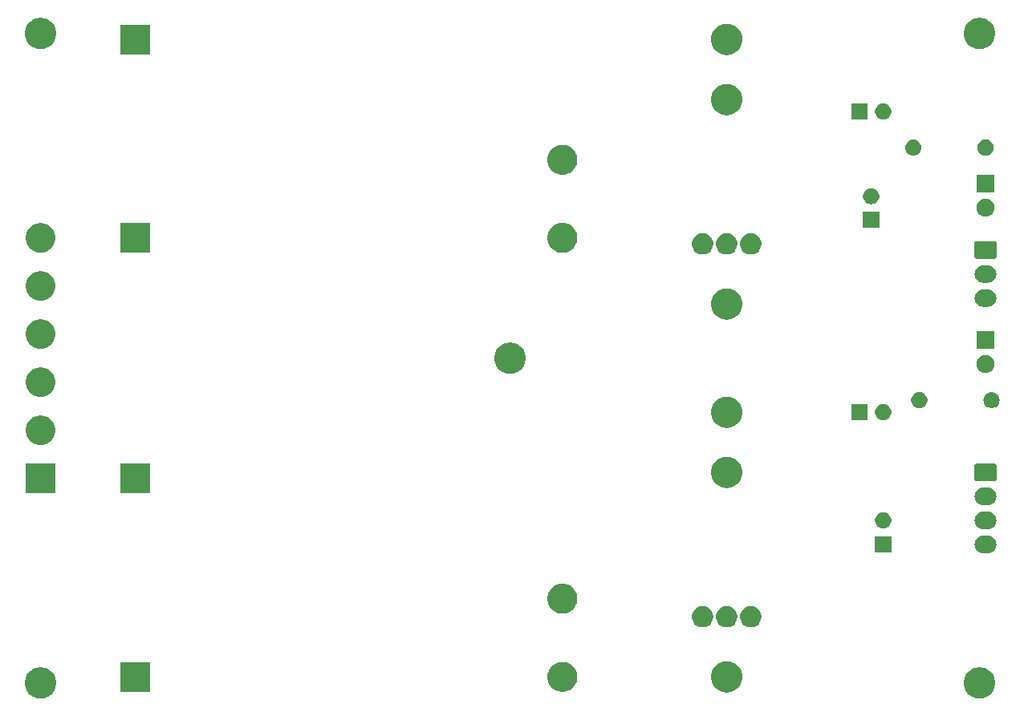
<source format=gbr>
G04 #@! TF.GenerationSoftware,KiCad,Pcbnew,(5.1.2)-1*
G04 #@! TF.CreationDate,2020-09-23T15:34:57+02:00*
G04 #@! TF.ProjectId,PSU_220vac_9vdc,5053555f-3232-4307-9661-635f39766463,rev?*
G04 #@! TF.SameCoordinates,Original*
G04 #@! TF.FileFunction,Soldermask,Bot*
G04 #@! TF.FilePolarity,Negative*
%FSLAX46Y46*%
G04 Gerber Fmt 4.6, Leading zero omitted, Abs format (unit mm)*
G04 Created by KiCad (PCBNEW (5.1.2)-1) date 2020-09-23 15:34:57*
%MOMM*%
%LPD*%
G04 APERTURE LIST*
%ADD10C,0.100000*%
G04 APERTURE END LIST*
D10*
G36*
X126740256Y-117136298D02*
G01*
X126846579Y-117157447D01*
X127147042Y-117281903D01*
X127417451Y-117462585D01*
X127647415Y-117692549D01*
X127828097Y-117962958D01*
X127952553Y-118263421D01*
X128016000Y-118582391D01*
X128016000Y-118907609D01*
X127952553Y-119226579D01*
X127828097Y-119527042D01*
X127647415Y-119797451D01*
X127417451Y-120027415D01*
X127147042Y-120208097D01*
X126846579Y-120332553D01*
X126740256Y-120353702D01*
X126527611Y-120396000D01*
X126202389Y-120396000D01*
X125989744Y-120353702D01*
X125883421Y-120332553D01*
X125582958Y-120208097D01*
X125312549Y-120027415D01*
X125082585Y-119797451D01*
X124901903Y-119527042D01*
X124777447Y-119226579D01*
X124714000Y-118907609D01*
X124714000Y-118582391D01*
X124777447Y-118263421D01*
X124901903Y-117962958D01*
X125082585Y-117692549D01*
X125312549Y-117462585D01*
X125582958Y-117281903D01*
X125883421Y-117157447D01*
X125989744Y-117136298D01*
X126202389Y-117094000D01*
X126527611Y-117094000D01*
X126740256Y-117136298D01*
X126740256Y-117136298D01*
G37*
G36*
X27680256Y-117136298D02*
G01*
X27786579Y-117157447D01*
X28087042Y-117281903D01*
X28357451Y-117462585D01*
X28587415Y-117692549D01*
X28768097Y-117962958D01*
X28892553Y-118263421D01*
X28956000Y-118582391D01*
X28956000Y-118907609D01*
X28892553Y-119226579D01*
X28768097Y-119527042D01*
X28587415Y-119797451D01*
X28357451Y-120027415D01*
X28087042Y-120208097D01*
X27786579Y-120332553D01*
X27680256Y-120353702D01*
X27467611Y-120396000D01*
X27142389Y-120396000D01*
X26929744Y-120353702D01*
X26823421Y-120332553D01*
X26522958Y-120208097D01*
X26252549Y-120027415D01*
X26022585Y-119797451D01*
X25841903Y-119527042D01*
X25717447Y-119226579D01*
X25654000Y-118907609D01*
X25654000Y-118582391D01*
X25717447Y-118263421D01*
X25841903Y-117962958D01*
X26022585Y-117692549D01*
X26252549Y-117462585D01*
X26522958Y-117281903D01*
X26823421Y-117157447D01*
X26929744Y-117136298D01*
X27142389Y-117094000D01*
X27467611Y-117094000D01*
X27680256Y-117136298D01*
X27680256Y-117136298D01*
G37*
G36*
X100017133Y-116490527D02*
G01*
X100176637Y-116522255D01*
X100264651Y-116558711D01*
X100477136Y-116646725D01*
X100747578Y-116827429D01*
X100977571Y-117057422D01*
X101158275Y-117327864D01*
X101246289Y-117540349D01*
X101282745Y-117628363D01*
X101346200Y-117947371D01*
X101346200Y-118272629D01*
X101284585Y-118582389D01*
X101282745Y-118591636D01*
X101158275Y-118892136D01*
X100977571Y-119162578D01*
X100747578Y-119392571D01*
X100477136Y-119573275D01*
X100264651Y-119661289D01*
X100176637Y-119697745D01*
X100017133Y-119729472D01*
X99857630Y-119761200D01*
X99532370Y-119761200D01*
X99372867Y-119729472D01*
X99213363Y-119697745D01*
X99125349Y-119661289D01*
X98912864Y-119573275D01*
X98642422Y-119392571D01*
X98412429Y-119162578D01*
X98231725Y-118892136D01*
X98107255Y-118591636D01*
X98105416Y-118582389D01*
X98043800Y-118272629D01*
X98043800Y-117947371D01*
X98107255Y-117628363D01*
X98143711Y-117540349D01*
X98231725Y-117327864D01*
X98412429Y-117057422D01*
X98642422Y-116827429D01*
X98912864Y-116646725D01*
X99125349Y-116558711D01*
X99213363Y-116522255D01*
X99372867Y-116490527D01*
X99532370Y-116458800D01*
X99857630Y-116458800D01*
X100017133Y-116490527D01*
X100017133Y-116490527D01*
G37*
G36*
X38849501Y-119685000D02*
G01*
X35699501Y-119685000D01*
X35699501Y-116535000D01*
X38849501Y-116535000D01*
X38849501Y-119685000D01*
X38849501Y-119685000D01*
G37*
G36*
X82818912Y-116595526D02*
G01*
X82937638Y-116644704D01*
X83105542Y-116714252D01*
X83105543Y-116714253D01*
X83363505Y-116886617D01*
X83582884Y-117105996D01*
X83617262Y-117157447D01*
X83755249Y-117363959D01*
X83796101Y-117462585D01*
X83873975Y-117650589D01*
X83934501Y-117954876D01*
X83934501Y-118265124D01*
X83873975Y-118569411D01*
X83824797Y-118688137D01*
X83755249Y-118856041D01*
X83755248Y-118856042D01*
X83582884Y-119114004D01*
X83363505Y-119333383D01*
X83191140Y-119448553D01*
X83105542Y-119505748D01*
X82942519Y-119573274D01*
X82818912Y-119624474D01*
X82666768Y-119654737D01*
X82514626Y-119685000D01*
X82204376Y-119685000D01*
X82052234Y-119654737D01*
X81900090Y-119624474D01*
X81776483Y-119573274D01*
X81613460Y-119505748D01*
X81527862Y-119448553D01*
X81355497Y-119333383D01*
X81136118Y-119114004D01*
X80963754Y-118856042D01*
X80963753Y-118856041D01*
X80894205Y-118688137D01*
X80845027Y-118569411D01*
X80784501Y-118265124D01*
X80784501Y-117954876D01*
X80845027Y-117650589D01*
X80922901Y-117462585D01*
X80963753Y-117363959D01*
X81101740Y-117157447D01*
X81136118Y-117105996D01*
X81355497Y-116886617D01*
X81613459Y-116714253D01*
X81613460Y-116714252D01*
X81781364Y-116644704D01*
X81900090Y-116595526D01*
X82204376Y-116535000D01*
X82514626Y-116535000D01*
X82818912Y-116595526D01*
X82818912Y-116595526D01*
G37*
G36*
X102455550Y-110651222D02*
G01*
X102564755Y-110672944D01*
X102770493Y-110758164D01*
X102955652Y-110881883D01*
X103113117Y-111039348D01*
X103139199Y-111078383D01*
X103236837Y-111224509D01*
X103261796Y-111284766D01*
X103322056Y-111430245D01*
X103365500Y-111648655D01*
X103365500Y-111871345D01*
X103322056Y-112089755D01*
X103236836Y-112295493D01*
X103113117Y-112480652D01*
X102955652Y-112638117D01*
X102770493Y-112761836D01*
X102564755Y-112847056D01*
X102455550Y-112868778D01*
X102346346Y-112890500D01*
X102123654Y-112890500D01*
X102014450Y-112868778D01*
X101905245Y-112847056D01*
X101699507Y-112761836D01*
X101514348Y-112638117D01*
X101356883Y-112480652D01*
X101233164Y-112295493D01*
X101147944Y-112089755D01*
X101104500Y-111871345D01*
X101104500Y-111648655D01*
X101147944Y-111430245D01*
X101208204Y-111284766D01*
X101233163Y-111224509D01*
X101330801Y-111078383D01*
X101356883Y-111039348D01*
X101514348Y-110881883D01*
X101699507Y-110758164D01*
X101905245Y-110672944D01*
X102014450Y-110651222D01*
X102123654Y-110629500D01*
X102346346Y-110629500D01*
X102455550Y-110651222D01*
X102455550Y-110651222D01*
G37*
G36*
X97375550Y-110651222D02*
G01*
X97484755Y-110672944D01*
X97690493Y-110758164D01*
X97875652Y-110881883D01*
X98033117Y-111039348D01*
X98059199Y-111078383D01*
X98156837Y-111224509D01*
X98181796Y-111284766D01*
X98242056Y-111430245D01*
X98285500Y-111648655D01*
X98285500Y-111871345D01*
X98242056Y-112089755D01*
X98156836Y-112295493D01*
X98033117Y-112480652D01*
X97875652Y-112638117D01*
X97690493Y-112761836D01*
X97484755Y-112847056D01*
X97375550Y-112868778D01*
X97266346Y-112890500D01*
X97043654Y-112890500D01*
X96934450Y-112868778D01*
X96825245Y-112847056D01*
X96619507Y-112761836D01*
X96434348Y-112638117D01*
X96276883Y-112480652D01*
X96153164Y-112295493D01*
X96067944Y-112089755D01*
X96024500Y-111871345D01*
X96024500Y-111648655D01*
X96067944Y-111430245D01*
X96128204Y-111284766D01*
X96153163Y-111224509D01*
X96250801Y-111078383D01*
X96276883Y-111039348D01*
X96434348Y-110881883D01*
X96619507Y-110758164D01*
X96825245Y-110672944D01*
X96934450Y-110651222D01*
X97043654Y-110629500D01*
X97266346Y-110629500D01*
X97375550Y-110651222D01*
X97375550Y-110651222D01*
G37*
G36*
X99915550Y-110651222D02*
G01*
X100024755Y-110672944D01*
X100230493Y-110758164D01*
X100415652Y-110881883D01*
X100573117Y-111039348D01*
X100599199Y-111078383D01*
X100696837Y-111224509D01*
X100721796Y-111284766D01*
X100782056Y-111430245D01*
X100825500Y-111648655D01*
X100825500Y-111871345D01*
X100782056Y-112089755D01*
X100696836Y-112295493D01*
X100573117Y-112480652D01*
X100415652Y-112638117D01*
X100230493Y-112761836D01*
X100024755Y-112847056D01*
X99915550Y-112868778D01*
X99806346Y-112890500D01*
X99583654Y-112890500D01*
X99474450Y-112868778D01*
X99365245Y-112847056D01*
X99159507Y-112761836D01*
X98974348Y-112638117D01*
X98816883Y-112480652D01*
X98693164Y-112295493D01*
X98607944Y-112089755D01*
X98564500Y-111871345D01*
X98564500Y-111648655D01*
X98607944Y-111430245D01*
X98668204Y-111284766D01*
X98693163Y-111224509D01*
X98790801Y-111078383D01*
X98816883Y-111039348D01*
X98974348Y-110881883D01*
X99159507Y-110758164D01*
X99365245Y-110672944D01*
X99474450Y-110651222D01*
X99583654Y-110629500D01*
X99806346Y-110629500D01*
X99915550Y-110651222D01*
X99915550Y-110651222D01*
G37*
G36*
X82666768Y-108310263D02*
G01*
X82818912Y-108340526D01*
X82937638Y-108389704D01*
X83105542Y-108459252D01*
X83105543Y-108459253D01*
X83363505Y-108631617D01*
X83582884Y-108850996D01*
X83698054Y-109023361D01*
X83755249Y-109108959D01*
X83873975Y-109395590D01*
X83934501Y-109699875D01*
X83934501Y-110010125D01*
X83873975Y-110314410D01*
X83755249Y-110601041D01*
X83755248Y-110601042D01*
X83582884Y-110859004D01*
X83363505Y-111078383D01*
X83191140Y-111193553D01*
X83105542Y-111250748D01*
X82937638Y-111320296D01*
X82818912Y-111369474D01*
X82514626Y-111430000D01*
X82204376Y-111430000D01*
X81900090Y-111369474D01*
X81781364Y-111320296D01*
X81613460Y-111250748D01*
X81527862Y-111193553D01*
X81355497Y-111078383D01*
X81136118Y-110859004D01*
X80963754Y-110601042D01*
X80963753Y-110601041D01*
X80845027Y-110314410D01*
X80784501Y-110010125D01*
X80784501Y-109699875D01*
X80845027Y-109395590D01*
X80963753Y-109108959D01*
X81020948Y-109023361D01*
X81136118Y-108850996D01*
X81355497Y-108631617D01*
X81613459Y-108459253D01*
X81613460Y-108459252D01*
X81781364Y-108389704D01*
X81900090Y-108340526D01*
X82052234Y-108310263D01*
X82204376Y-108280000D01*
X82514626Y-108280000D01*
X82666768Y-108310263D01*
X82666768Y-108310263D01*
G37*
G36*
X127320345Y-103223442D02*
G01*
X127410548Y-103232326D01*
X127584157Y-103284990D01*
X127744156Y-103370511D01*
X127787729Y-103406271D01*
X127884397Y-103485603D01*
X127963729Y-103582271D01*
X127999489Y-103625844D01*
X128085010Y-103785843D01*
X128137674Y-103959452D01*
X128155456Y-104140000D01*
X128137674Y-104320548D01*
X128085010Y-104494157D01*
X127999489Y-104654156D01*
X127963729Y-104697729D01*
X127884397Y-104794397D01*
X127787729Y-104873729D01*
X127744156Y-104909489D01*
X127584157Y-104995010D01*
X127410548Y-105047674D01*
X127320345Y-105056558D01*
X127275245Y-105061000D01*
X126724755Y-105061000D01*
X126679655Y-105056558D01*
X126589452Y-105047674D01*
X126415843Y-104995010D01*
X126255844Y-104909489D01*
X126212271Y-104873729D01*
X126115603Y-104794397D01*
X126036271Y-104697729D01*
X126000511Y-104654156D01*
X125914990Y-104494157D01*
X125862326Y-104320548D01*
X125844544Y-104140000D01*
X125862326Y-103959452D01*
X125914990Y-103785843D01*
X126000511Y-103625844D01*
X126036271Y-103582271D01*
X126115603Y-103485603D01*
X126212271Y-103406271D01*
X126255844Y-103370511D01*
X126415843Y-103284990D01*
X126589452Y-103232326D01*
X126679655Y-103223442D01*
X126724755Y-103219000D01*
X127275245Y-103219000D01*
X127320345Y-103223442D01*
X127320345Y-103223442D01*
G37*
G36*
X117056000Y-104951000D02*
G01*
X115354000Y-104951000D01*
X115354000Y-103249000D01*
X117056000Y-103249000D01*
X117056000Y-104951000D01*
X117056000Y-104951000D01*
G37*
G36*
X127320345Y-100683442D02*
G01*
X127410548Y-100692326D01*
X127584157Y-100744990D01*
X127744156Y-100830511D01*
X127762850Y-100845853D01*
X127884397Y-100945603D01*
X127963729Y-101042271D01*
X127999489Y-101085844D01*
X128085010Y-101245843D01*
X128137674Y-101419452D01*
X128155456Y-101600000D01*
X128137674Y-101780548D01*
X128085010Y-101954157D01*
X127999489Y-102114156D01*
X127976244Y-102142480D01*
X127884397Y-102254397D01*
X127787729Y-102333729D01*
X127744156Y-102369489D01*
X127584157Y-102455010D01*
X127410548Y-102507674D01*
X127320345Y-102516558D01*
X127275245Y-102521000D01*
X126724755Y-102521000D01*
X126679655Y-102516558D01*
X126589452Y-102507674D01*
X126415843Y-102455010D01*
X126255844Y-102369489D01*
X126212271Y-102333729D01*
X126115603Y-102254397D01*
X126023756Y-102142480D01*
X126000511Y-102114156D01*
X125914990Y-101954157D01*
X125862326Y-101780548D01*
X125844544Y-101600000D01*
X125862326Y-101419452D01*
X125914990Y-101245843D01*
X126000511Y-101085844D01*
X126036271Y-101042271D01*
X126115603Y-100945603D01*
X126237150Y-100845853D01*
X126255844Y-100830511D01*
X126415843Y-100744990D01*
X126589452Y-100692326D01*
X126679655Y-100683442D01*
X126724755Y-100679000D01*
X127275245Y-100679000D01*
X127320345Y-100683442D01*
X127320345Y-100683442D01*
G37*
G36*
X116453228Y-100781703D02*
G01*
X116608100Y-100845853D01*
X116747481Y-100938985D01*
X116866015Y-101057519D01*
X116959147Y-101196900D01*
X117023297Y-101351772D01*
X117056000Y-101516184D01*
X117056000Y-101683816D01*
X117023297Y-101848228D01*
X116959147Y-102003100D01*
X116866015Y-102142481D01*
X116747481Y-102261015D01*
X116608100Y-102354147D01*
X116453228Y-102418297D01*
X116288816Y-102451000D01*
X116121184Y-102451000D01*
X115956772Y-102418297D01*
X115801900Y-102354147D01*
X115662519Y-102261015D01*
X115543985Y-102142481D01*
X115450853Y-102003100D01*
X115386703Y-101848228D01*
X115354000Y-101683816D01*
X115354000Y-101516184D01*
X115386703Y-101351772D01*
X115450853Y-101196900D01*
X115543985Y-101057519D01*
X115662519Y-100938985D01*
X115801900Y-100845853D01*
X115956772Y-100781703D01*
X116121184Y-100749000D01*
X116288816Y-100749000D01*
X116453228Y-100781703D01*
X116453228Y-100781703D01*
G37*
G36*
X127320345Y-98143442D02*
G01*
X127410548Y-98152326D01*
X127584157Y-98204990D01*
X127744156Y-98290511D01*
X127787729Y-98326271D01*
X127884397Y-98405603D01*
X127963729Y-98502271D01*
X127999489Y-98545844D01*
X128085010Y-98705843D01*
X128137674Y-98879452D01*
X128155456Y-99060000D01*
X128137674Y-99240548D01*
X128085010Y-99414157D01*
X127999489Y-99574156D01*
X127963729Y-99617729D01*
X127884397Y-99714397D01*
X127787729Y-99793729D01*
X127744156Y-99829489D01*
X127584157Y-99915010D01*
X127410548Y-99967674D01*
X127320345Y-99976558D01*
X127275245Y-99981000D01*
X126724755Y-99981000D01*
X126679655Y-99976558D01*
X126589452Y-99967674D01*
X126415843Y-99915010D01*
X126255844Y-99829489D01*
X126212271Y-99793729D01*
X126115603Y-99714397D01*
X126036271Y-99617729D01*
X126000511Y-99574156D01*
X125914990Y-99414157D01*
X125862326Y-99240548D01*
X125844544Y-99060000D01*
X125862326Y-98879452D01*
X125914990Y-98705843D01*
X126000511Y-98545844D01*
X126036271Y-98502271D01*
X126115603Y-98405603D01*
X126212271Y-98326271D01*
X126255844Y-98290511D01*
X126415843Y-98204990D01*
X126589452Y-98152326D01*
X126679655Y-98143442D01*
X126724755Y-98139000D01*
X127275245Y-98139000D01*
X127320345Y-98143442D01*
X127320345Y-98143442D01*
G37*
G36*
X38849501Y-98730000D02*
G01*
X35699501Y-98730000D01*
X35699501Y-95580000D01*
X38849501Y-95580000D01*
X38849501Y-98730000D01*
X38849501Y-98730000D01*
G37*
G36*
X28856000Y-98706000D02*
G01*
X25754000Y-98706000D01*
X25754000Y-95604000D01*
X28856000Y-95604000D01*
X28856000Y-98706000D01*
X28856000Y-98706000D01*
G37*
G36*
X100017133Y-94900528D02*
G01*
X100176637Y-94932255D01*
X100264651Y-94968711D01*
X100477136Y-95056725D01*
X100747578Y-95237429D01*
X100977571Y-95467422D01*
X101158275Y-95737864D01*
X101282745Y-96038364D01*
X101346200Y-96357370D01*
X101346200Y-96682630D01*
X101282745Y-97001636D01*
X101158275Y-97302136D01*
X100977571Y-97572578D01*
X100747578Y-97802571D01*
X100477136Y-97983275D01*
X100264651Y-98071289D01*
X100176637Y-98107745D01*
X100019508Y-98139000D01*
X99857630Y-98171200D01*
X99532370Y-98171200D01*
X99370492Y-98139000D01*
X99213363Y-98107745D01*
X99125349Y-98071289D01*
X98912864Y-97983275D01*
X98642422Y-97802571D01*
X98412429Y-97572578D01*
X98231725Y-97302136D01*
X98107255Y-97001636D01*
X98043800Y-96682630D01*
X98043800Y-96357370D01*
X98107255Y-96038364D01*
X98231725Y-95737864D01*
X98412429Y-95467422D01*
X98642422Y-95237429D01*
X98912864Y-95056725D01*
X99125349Y-94968711D01*
X99213363Y-94932255D01*
X99372867Y-94900528D01*
X99532370Y-94868800D01*
X99857630Y-94868800D01*
X100017133Y-94900528D01*
X100017133Y-94900528D01*
G37*
G36*
X128009561Y-95602966D02*
G01*
X128042383Y-95612923D01*
X128072632Y-95629092D01*
X128099148Y-95650852D01*
X128120908Y-95677368D01*
X128137077Y-95707617D01*
X128147034Y-95740439D01*
X128151000Y-95780713D01*
X128151000Y-97259287D01*
X128147034Y-97299561D01*
X128137077Y-97332383D01*
X128120908Y-97362632D01*
X128099148Y-97389148D01*
X128072632Y-97410908D01*
X128042383Y-97427077D01*
X128009561Y-97437034D01*
X127969287Y-97441000D01*
X126030713Y-97441000D01*
X125990439Y-97437034D01*
X125957617Y-97427077D01*
X125927368Y-97410908D01*
X125900852Y-97389148D01*
X125879092Y-97362632D01*
X125862923Y-97332383D01*
X125852966Y-97299561D01*
X125849000Y-97259287D01*
X125849000Y-95780713D01*
X125852966Y-95740439D01*
X125862923Y-95707617D01*
X125879092Y-95677368D01*
X125900852Y-95650852D01*
X125927368Y-95629092D01*
X125957617Y-95612923D01*
X125990439Y-95602966D01*
X126030713Y-95599000D01*
X127969287Y-95599000D01*
X128009561Y-95602966D01*
X128009561Y-95602966D01*
G37*
G36*
X27607585Y-90553802D02*
G01*
X27757410Y-90583604D01*
X28039674Y-90700521D01*
X28293705Y-90870259D01*
X28509741Y-91086295D01*
X28679479Y-91340326D01*
X28796396Y-91622590D01*
X28856000Y-91922240D01*
X28856000Y-92227760D01*
X28796396Y-92527410D01*
X28679479Y-92809674D01*
X28509741Y-93063705D01*
X28293705Y-93279741D01*
X28039674Y-93449479D01*
X27757410Y-93566396D01*
X27607585Y-93596198D01*
X27457761Y-93626000D01*
X27152239Y-93626000D01*
X27002415Y-93596198D01*
X26852590Y-93566396D01*
X26570326Y-93449479D01*
X26316295Y-93279741D01*
X26100259Y-93063705D01*
X25930521Y-92809674D01*
X25813604Y-92527410D01*
X25754000Y-92227760D01*
X25754000Y-91922240D01*
X25813604Y-91622590D01*
X25930521Y-91340326D01*
X26100259Y-91086295D01*
X26316295Y-90870259D01*
X26570326Y-90700521D01*
X26852590Y-90583604D01*
X27002415Y-90553802D01*
X27152239Y-90524000D01*
X27457761Y-90524000D01*
X27607585Y-90553802D01*
X27607585Y-90553802D01*
G37*
G36*
X99994372Y-88546000D02*
G01*
X100176637Y-88582255D01*
X100264651Y-88618711D01*
X100477136Y-88706725D01*
X100747578Y-88887429D01*
X100977571Y-89117422D01*
X101158275Y-89387864D01*
X101208444Y-89508985D01*
X101282745Y-89688363D01*
X101346200Y-90007371D01*
X101346200Y-90332629D01*
X101282745Y-90651637D01*
X101246289Y-90739651D01*
X101158275Y-90952136D01*
X100977571Y-91222578D01*
X100747578Y-91452571D01*
X100477136Y-91633275D01*
X100264651Y-91721289D01*
X100176637Y-91757745D01*
X100017133Y-91789473D01*
X99857630Y-91821200D01*
X99532370Y-91821200D01*
X99372867Y-91789473D01*
X99213363Y-91757745D01*
X99125349Y-91721289D01*
X98912864Y-91633275D01*
X98642422Y-91452571D01*
X98412429Y-91222578D01*
X98231725Y-90952136D01*
X98143711Y-90739651D01*
X98107255Y-90651637D01*
X98043800Y-90332629D01*
X98043800Y-90007371D01*
X98107255Y-89688363D01*
X98181556Y-89508985D01*
X98231725Y-89387864D01*
X98412429Y-89117422D01*
X98642422Y-88887429D01*
X98912864Y-88706725D01*
X99125349Y-88618711D01*
X99213363Y-88582255D01*
X99395628Y-88546000D01*
X99532370Y-88518800D01*
X99857630Y-88518800D01*
X99994372Y-88546000D01*
X99994372Y-88546000D01*
G37*
G36*
X114556000Y-91021000D02*
G01*
X112854000Y-91021000D01*
X112854000Y-89319000D01*
X114556000Y-89319000D01*
X114556000Y-91021000D01*
X114556000Y-91021000D01*
G37*
G36*
X116453228Y-89351703D02*
G01*
X116608100Y-89415853D01*
X116747481Y-89508985D01*
X116866015Y-89627519D01*
X116959147Y-89766900D01*
X117023297Y-89921772D01*
X117056000Y-90086184D01*
X117056000Y-90253816D01*
X117023297Y-90418228D01*
X116959147Y-90573100D01*
X116866015Y-90712481D01*
X116747481Y-90831015D01*
X116608100Y-90924147D01*
X116453228Y-90988297D01*
X116288816Y-91021000D01*
X116121184Y-91021000D01*
X115956772Y-90988297D01*
X115801900Y-90924147D01*
X115662519Y-90831015D01*
X115543985Y-90712481D01*
X115450853Y-90573100D01*
X115386703Y-90418228D01*
X115354000Y-90253816D01*
X115354000Y-90086184D01*
X115386703Y-89921772D01*
X115450853Y-89766900D01*
X115543985Y-89627519D01*
X115662519Y-89508985D01*
X115801900Y-89415853D01*
X115956772Y-89351703D01*
X116121184Y-89319000D01*
X116288816Y-89319000D01*
X116453228Y-89351703D01*
X116453228Y-89351703D01*
G37*
G36*
X120263228Y-88081703D02*
G01*
X120418100Y-88145853D01*
X120557481Y-88238985D01*
X120676015Y-88357519D01*
X120769147Y-88496900D01*
X120833297Y-88651772D01*
X120866000Y-88816184D01*
X120866000Y-88983816D01*
X120833297Y-89148228D01*
X120769147Y-89303100D01*
X120676015Y-89442481D01*
X120557481Y-89561015D01*
X120418100Y-89654147D01*
X120263228Y-89718297D01*
X120098816Y-89751000D01*
X119931184Y-89751000D01*
X119766772Y-89718297D01*
X119611900Y-89654147D01*
X119472519Y-89561015D01*
X119353985Y-89442481D01*
X119260853Y-89303100D01*
X119196703Y-89148228D01*
X119164000Y-88983816D01*
X119164000Y-88816184D01*
X119196703Y-88651772D01*
X119260853Y-88496900D01*
X119353985Y-88357519D01*
X119472519Y-88238985D01*
X119611900Y-88145853D01*
X119766772Y-88081703D01*
X119931184Y-88049000D01*
X120098816Y-88049000D01*
X120263228Y-88081703D01*
X120263228Y-88081703D01*
G37*
G36*
X127801823Y-88061313D02*
G01*
X127962242Y-88109976D01*
X128029361Y-88145852D01*
X128110078Y-88188996D01*
X128239659Y-88295341D01*
X128346004Y-88424922D01*
X128346005Y-88424924D01*
X128425024Y-88572758D01*
X128473687Y-88733177D01*
X128490117Y-88900000D01*
X128473687Y-89066823D01*
X128425024Y-89227242D01*
X128384477Y-89303100D01*
X128346004Y-89375078D01*
X128239659Y-89504659D01*
X128110078Y-89611004D01*
X128110076Y-89611005D01*
X127962242Y-89690024D01*
X127801823Y-89738687D01*
X127676804Y-89751000D01*
X127593196Y-89751000D01*
X127468177Y-89738687D01*
X127307758Y-89690024D01*
X127159924Y-89611005D01*
X127159922Y-89611004D01*
X127030341Y-89504659D01*
X126923996Y-89375078D01*
X126885523Y-89303100D01*
X126844976Y-89227242D01*
X126796313Y-89066823D01*
X126779883Y-88900000D01*
X126796313Y-88733177D01*
X126844976Y-88572758D01*
X126923995Y-88424924D01*
X126923996Y-88424922D01*
X127030341Y-88295341D01*
X127159922Y-88188996D01*
X127240639Y-88145852D01*
X127307758Y-88109976D01*
X127468177Y-88061313D01*
X127593196Y-88049000D01*
X127676804Y-88049000D01*
X127801823Y-88061313D01*
X127801823Y-88061313D01*
G37*
G36*
X27607585Y-85473802D02*
G01*
X27757410Y-85503604D01*
X28039674Y-85620521D01*
X28293705Y-85790259D01*
X28509741Y-86006295D01*
X28679479Y-86260326D01*
X28796396Y-86542590D01*
X28856000Y-86842240D01*
X28856000Y-87147760D01*
X28796396Y-87447410D01*
X28679479Y-87729674D01*
X28509741Y-87983705D01*
X28293705Y-88199741D01*
X28039674Y-88369479D01*
X27757410Y-88486396D01*
X27607585Y-88516198D01*
X27457761Y-88546000D01*
X27152239Y-88546000D01*
X27002415Y-88516198D01*
X26852590Y-88486396D01*
X26570326Y-88369479D01*
X26316295Y-88199741D01*
X26100259Y-87983705D01*
X25930521Y-87729674D01*
X25813604Y-87447410D01*
X25754000Y-87147760D01*
X25754000Y-86842240D01*
X25813604Y-86542590D01*
X25930521Y-86260326D01*
X26100259Y-86006295D01*
X26316295Y-85790259D01*
X26570326Y-85620521D01*
X26852590Y-85503604D01*
X27002415Y-85473802D01*
X27152239Y-85444000D01*
X27457761Y-85444000D01*
X27607585Y-85473802D01*
X27607585Y-85473802D01*
G37*
G36*
X77210256Y-82846298D02*
G01*
X77316579Y-82867447D01*
X77617042Y-82991903D01*
X77887451Y-83172585D01*
X78117415Y-83402549D01*
X78298097Y-83672958D01*
X78422553Y-83973421D01*
X78486000Y-84292391D01*
X78486000Y-84617609D01*
X78422553Y-84936579D01*
X78298097Y-85237042D01*
X78117415Y-85507451D01*
X77887451Y-85737415D01*
X77617042Y-85918097D01*
X77617041Y-85918098D01*
X77617040Y-85918098D01*
X77581628Y-85932766D01*
X77316579Y-86042553D01*
X77210256Y-86063702D01*
X76997611Y-86106000D01*
X76672389Y-86106000D01*
X76459744Y-86063702D01*
X76353421Y-86042553D01*
X76088372Y-85932766D01*
X76052960Y-85918098D01*
X76052959Y-85918098D01*
X76052958Y-85918097D01*
X75782549Y-85737415D01*
X75552585Y-85507451D01*
X75371903Y-85237042D01*
X75247447Y-84936579D01*
X75184000Y-84617609D01*
X75184000Y-84292391D01*
X75247447Y-83973421D01*
X75371903Y-83672958D01*
X75552585Y-83402549D01*
X75782549Y-83172585D01*
X76052958Y-82991903D01*
X76353421Y-82867447D01*
X76459744Y-82846298D01*
X76672389Y-82804000D01*
X76997611Y-82804000D01*
X77210256Y-82846298D01*
X77210256Y-82846298D01*
G37*
G36*
X127277395Y-84175546D02*
G01*
X127450466Y-84247234D01*
X127450467Y-84247235D01*
X127606227Y-84351310D01*
X127738690Y-84483773D01*
X127738691Y-84483775D01*
X127842766Y-84639534D01*
X127914454Y-84812605D01*
X127951000Y-84996333D01*
X127951000Y-85183667D01*
X127914454Y-85367395D01*
X127842766Y-85540466D01*
X127842765Y-85540467D01*
X127738690Y-85696227D01*
X127606227Y-85828690D01*
X127527818Y-85881081D01*
X127450466Y-85932766D01*
X127277395Y-86004454D01*
X127093667Y-86041000D01*
X126906333Y-86041000D01*
X126722605Y-86004454D01*
X126549534Y-85932766D01*
X126472182Y-85881081D01*
X126393773Y-85828690D01*
X126261310Y-85696227D01*
X126157235Y-85540467D01*
X126157234Y-85540466D01*
X126085546Y-85367395D01*
X126049000Y-85183667D01*
X126049000Y-84996333D01*
X126085546Y-84812605D01*
X126157234Y-84639534D01*
X126261309Y-84483775D01*
X126261310Y-84483773D01*
X126393773Y-84351310D01*
X126549533Y-84247235D01*
X126549534Y-84247234D01*
X126722605Y-84175546D01*
X126906333Y-84139000D01*
X127093667Y-84139000D01*
X127277395Y-84175546D01*
X127277395Y-84175546D01*
G37*
G36*
X127951000Y-83501000D02*
G01*
X126049000Y-83501000D01*
X126049000Y-81599000D01*
X127951000Y-81599000D01*
X127951000Y-83501000D01*
X127951000Y-83501000D01*
G37*
G36*
X27594504Y-80391200D02*
G01*
X27757410Y-80423604D01*
X28039674Y-80540521D01*
X28293705Y-80710259D01*
X28509741Y-80926295D01*
X28679479Y-81180326D01*
X28796396Y-81462590D01*
X28856000Y-81762240D01*
X28856000Y-82067760D01*
X28796396Y-82367410D01*
X28679479Y-82649674D01*
X28509741Y-82903705D01*
X28293705Y-83119741D01*
X28039674Y-83289479D01*
X27757410Y-83406396D01*
X27607585Y-83436198D01*
X27457761Y-83466000D01*
X27152239Y-83466000D01*
X27002415Y-83436198D01*
X26852590Y-83406396D01*
X26570326Y-83289479D01*
X26316295Y-83119741D01*
X26100259Y-82903705D01*
X25930521Y-82649674D01*
X25813604Y-82367410D01*
X25754000Y-82067760D01*
X25754000Y-81762240D01*
X25813604Y-81462590D01*
X25930521Y-81180326D01*
X26100259Y-80926295D01*
X26316295Y-80710259D01*
X26570326Y-80540521D01*
X26852590Y-80423604D01*
X27015496Y-80391200D01*
X27152239Y-80364000D01*
X27457761Y-80364000D01*
X27594504Y-80391200D01*
X27594504Y-80391200D01*
G37*
G36*
X100017133Y-77120527D02*
G01*
X100176637Y-77152255D01*
X100253276Y-77184000D01*
X100477136Y-77276725D01*
X100747578Y-77457429D01*
X100977571Y-77687422D01*
X101158275Y-77957864D01*
X101192189Y-78039741D01*
X101262497Y-78209479D01*
X101282745Y-78258364D01*
X101346200Y-78577370D01*
X101346200Y-78902630D01*
X101282745Y-79221636D01*
X101158275Y-79522136D01*
X100977571Y-79792578D01*
X100747578Y-80022571D01*
X100477136Y-80203275D01*
X100264651Y-80291289D01*
X100176637Y-80327745D01*
X100017133Y-80359473D01*
X99857630Y-80391200D01*
X99532370Y-80391200D01*
X99372867Y-80359473D01*
X99213363Y-80327745D01*
X99125349Y-80291289D01*
X98912864Y-80203275D01*
X98642422Y-80022571D01*
X98412429Y-79792578D01*
X98231725Y-79522136D01*
X98107255Y-79221636D01*
X98043800Y-78902630D01*
X98043800Y-78577370D01*
X98107255Y-78258364D01*
X98127504Y-78209479D01*
X98197811Y-78039741D01*
X98231725Y-77957864D01*
X98412429Y-77687422D01*
X98642422Y-77457429D01*
X98912864Y-77276725D01*
X99136724Y-77184000D01*
X99213363Y-77152255D01*
X99372867Y-77120527D01*
X99532370Y-77088800D01*
X99857630Y-77088800D01*
X100017133Y-77120527D01*
X100017133Y-77120527D01*
G37*
G36*
X127320345Y-77188442D02*
G01*
X127410548Y-77197326D01*
X127584157Y-77249990D01*
X127744156Y-77335511D01*
X127787729Y-77371271D01*
X127884397Y-77450603D01*
X127963729Y-77547271D01*
X127999489Y-77590844D01*
X128085010Y-77750843D01*
X128137674Y-77924452D01*
X128155456Y-78105000D01*
X128137674Y-78285548D01*
X128085010Y-78459157D01*
X127999489Y-78619156D01*
X127963729Y-78662729D01*
X127884397Y-78759397D01*
X127787729Y-78838729D01*
X127744156Y-78874489D01*
X127584157Y-78960010D01*
X127410548Y-79012674D01*
X127320345Y-79021558D01*
X127275245Y-79026000D01*
X126724755Y-79026000D01*
X126679655Y-79021558D01*
X126589452Y-79012674D01*
X126415843Y-78960010D01*
X126255844Y-78874489D01*
X126212271Y-78838729D01*
X126115603Y-78759397D01*
X126036271Y-78662729D01*
X126000511Y-78619156D01*
X125914990Y-78459157D01*
X125862326Y-78285548D01*
X125844544Y-78105000D01*
X125862326Y-77924452D01*
X125914990Y-77750843D01*
X126000511Y-77590844D01*
X126036271Y-77547271D01*
X126115603Y-77450603D01*
X126212271Y-77371271D01*
X126255844Y-77335511D01*
X126415843Y-77249990D01*
X126589452Y-77197326D01*
X126679655Y-77188442D01*
X126724755Y-77184000D01*
X127275245Y-77184000D01*
X127320345Y-77188442D01*
X127320345Y-77188442D01*
G37*
G36*
X27607585Y-75313802D02*
G01*
X27757410Y-75343604D01*
X28039674Y-75460521D01*
X28293705Y-75630259D01*
X28509741Y-75846295D01*
X28679479Y-76100326D01*
X28796396Y-76382590D01*
X28856000Y-76682240D01*
X28856000Y-76987760D01*
X28796396Y-77287410D01*
X28679479Y-77569674D01*
X28509741Y-77823705D01*
X28293705Y-78039741D01*
X28039674Y-78209479D01*
X27757410Y-78326396D01*
X27607585Y-78356198D01*
X27457761Y-78386000D01*
X27152239Y-78386000D01*
X27002415Y-78356198D01*
X26852590Y-78326396D01*
X26570326Y-78209479D01*
X26316295Y-78039741D01*
X26100259Y-77823705D01*
X25930521Y-77569674D01*
X25813604Y-77287410D01*
X25754000Y-76987760D01*
X25754000Y-76682240D01*
X25813604Y-76382590D01*
X25930521Y-76100326D01*
X26100259Y-75846295D01*
X26316295Y-75630259D01*
X26570326Y-75460521D01*
X26852590Y-75343604D01*
X27002415Y-75313802D01*
X27152239Y-75284000D01*
X27457761Y-75284000D01*
X27607585Y-75313802D01*
X27607585Y-75313802D01*
G37*
G36*
X127320345Y-74648442D02*
G01*
X127410548Y-74657326D01*
X127584157Y-74709990D01*
X127744156Y-74795511D01*
X127787729Y-74831271D01*
X127884397Y-74910603D01*
X127963729Y-75007271D01*
X127999489Y-75050844D01*
X128085010Y-75210843D01*
X128137674Y-75384452D01*
X128155456Y-75565000D01*
X128137674Y-75745548D01*
X128085010Y-75919157D01*
X127999489Y-76079156D01*
X127982115Y-76100326D01*
X127884397Y-76219397D01*
X127787729Y-76298729D01*
X127744156Y-76334489D01*
X127584157Y-76420010D01*
X127410548Y-76472674D01*
X127320345Y-76481558D01*
X127275245Y-76486000D01*
X126724755Y-76486000D01*
X126679655Y-76481558D01*
X126589452Y-76472674D01*
X126415843Y-76420010D01*
X126255844Y-76334489D01*
X126212271Y-76298729D01*
X126115603Y-76219397D01*
X126017885Y-76100326D01*
X126000511Y-76079156D01*
X125914990Y-75919157D01*
X125862326Y-75745548D01*
X125844544Y-75565000D01*
X125862326Y-75384452D01*
X125914990Y-75210843D01*
X126000511Y-75050844D01*
X126036271Y-75007271D01*
X126115603Y-74910603D01*
X126212271Y-74831271D01*
X126255844Y-74795511D01*
X126415843Y-74709990D01*
X126589452Y-74657326D01*
X126679655Y-74648442D01*
X126724755Y-74644000D01*
X127275245Y-74644000D01*
X127320345Y-74648442D01*
X127320345Y-74648442D01*
G37*
G36*
X128009561Y-72107966D02*
G01*
X128042383Y-72117923D01*
X128072632Y-72134092D01*
X128099148Y-72155852D01*
X128120908Y-72182368D01*
X128137077Y-72212617D01*
X128147034Y-72245439D01*
X128151000Y-72285713D01*
X128151000Y-73764287D01*
X128147034Y-73804561D01*
X128137077Y-73837383D01*
X128120908Y-73867632D01*
X128099148Y-73894148D01*
X128072632Y-73915908D01*
X128042383Y-73932077D01*
X128009561Y-73942034D01*
X127969287Y-73946000D01*
X126030713Y-73946000D01*
X125990439Y-73942034D01*
X125957617Y-73932077D01*
X125927368Y-73915908D01*
X125900852Y-73894148D01*
X125879092Y-73867632D01*
X125862923Y-73837383D01*
X125852966Y-73804561D01*
X125849000Y-73764287D01*
X125849000Y-72285713D01*
X125852966Y-72245439D01*
X125862923Y-72212617D01*
X125879092Y-72182368D01*
X125900852Y-72155852D01*
X125927368Y-72134092D01*
X125957617Y-72117923D01*
X125990439Y-72107966D01*
X126030713Y-72104000D01*
X127969287Y-72104000D01*
X128009561Y-72107966D01*
X128009561Y-72107966D01*
G37*
G36*
X97375550Y-71281222D02*
G01*
X97484755Y-71302944D01*
X97690493Y-71388164D01*
X97875652Y-71511883D01*
X98033117Y-71669348D01*
X98156836Y-71854507D01*
X98242056Y-72060245D01*
X98256745Y-72134092D01*
X98271329Y-72207409D01*
X98285500Y-72278655D01*
X98285500Y-72501345D01*
X98242056Y-72719755D01*
X98156836Y-72925493D01*
X98033117Y-73110652D01*
X97875652Y-73268117D01*
X97690493Y-73391836D01*
X97484755Y-73477056D01*
X97375550Y-73498778D01*
X97266346Y-73520500D01*
X97043654Y-73520500D01*
X96934450Y-73498778D01*
X96825245Y-73477056D01*
X96619507Y-73391836D01*
X96434348Y-73268117D01*
X96276883Y-73110652D01*
X96153164Y-72925493D01*
X96067944Y-72719755D01*
X96024500Y-72501345D01*
X96024500Y-72278655D01*
X96038672Y-72207409D01*
X96053255Y-72134092D01*
X96067944Y-72060245D01*
X96153164Y-71854507D01*
X96276883Y-71669348D01*
X96434348Y-71511883D01*
X96619507Y-71388164D01*
X96825245Y-71302944D01*
X96934450Y-71281222D01*
X97043654Y-71259500D01*
X97266346Y-71259500D01*
X97375550Y-71281222D01*
X97375550Y-71281222D01*
G37*
G36*
X102455550Y-71281222D02*
G01*
X102564755Y-71302944D01*
X102770493Y-71388164D01*
X102955652Y-71511883D01*
X103113117Y-71669348D01*
X103236836Y-71854507D01*
X103322056Y-72060245D01*
X103336745Y-72134092D01*
X103351329Y-72207409D01*
X103365500Y-72278655D01*
X103365500Y-72501345D01*
X103322056Y-72719755D01*
X103236836Y-72925493D01*
X103113117Y-73110652D01*
X102955652Y-73268117D01*
X102770493Y-73391836D01*
X102564755Y-73477056D01*
X102455550Y-73498778D01*
X102346346Y-73520500D01*
X102123654Y-73520500D01*
X102014450Y-73498778D01*
X101905245Y-73477056D01*
X101699507Y-73391836D01*
X101514348Y-73268117D01*
X101356883Y-73110652D01*
X101233164Y-72925493D01*
X101147944Y-72719755D01*
X101104500Y-72501345D01*
X101104500Y-72278655D01*
X101118672Y-72207409D01*
X101133255Y-72134092D01*
X101147944Y-72060245D01*
X101233164Y-71854507D01*
X101356883Y-71669348D01*
X101514348Y-71511883D01*
X101699507Y-71388164D01*
X101905245Y-71302944D01*
X102014450Y-71281222D01*
X102123654Y-71259500D01*
X102346346Y-71259500D01*
X102455550Y-71281222D01*
X102455550Y-71281222D01*
G37*
G36*
X99915550Y-71281222D02*
G01*
X100024755Y-71302944D01*
X100230493Y-71388164D01*
X100415652Y-71511883D01*
X100573117Y-71669348D01*
X100696836Y-71854507D01*
X100782056Y-72060245D01*
X100796745Y-72134092D01*
X100811329Y-72207409D01*
X100825500Y-72278655D01*
X100825500Y-72501345D01*
X100782056Y-72719755D01*
X100696836Y-72925493D01*
X100573117Y-73110652D01*
X100415652Y-73268117D01*
X100230493Y-73391836D01*
X100024755Y-73477056D01*
X99915550Y-73498778D01*
X99806346Y-73520500D01*
X99583654Y-73520500D01*
X99474450Y-73498778D01*
X99365245Y-73477056D01*
X99159507Y-73391836D01*
X98974348Y-73268117D01*
X98816883Y-73110652D01*
X98693164Y-72925493D01*
X98607944Y-72719755D01*
X98564500Y-72501345D01*
X98564500Y-72278655D01*
X98578672Y-72207409D01*
X98593255Y-72134092D01*
X98607944Y-72060245D01*
X98693164Y-71854507D01*
X98816883Y-71669348D01*
X98974348Y-71511883D01*
X99159507Y-71388164D01*
X99365245Y-71302944D01*
X99474450Y-71281222D01*
X99583654Y-71259500D01*
X99806346Y-71259500D01*
X99915550Y-71281222D01*
X99915550Y-71281222D01*
G37*
G36*
X82635282Y-70204000D02*
G01*
X82818912Y-70240526D01*
X82937638Y-70289704D01*
X83105542Y-70359252D01*
X83105543Y-70359253D01*
X83363505Y-70531617D01*
X83582884Y-70750996D01*
X83698054Y-70923361D01*
X83755249Y-71008959D01*
X83759957Y-71020326D01*
X83873975Y-71295589D01*
X83934501Y-71599876D01*
X83934501Y-71910124D01*
X83873975Y-72214411D01*
X83824797Y-72333137D01*
X83755249Y-72501041D01*
X83755248Y-72501042D01*
X83582884Y-72759004D01*
X83363505Y-72978383D01*
X83191140Y-73093553D01*
X83105542Y-73150748D01*
X82937638Y-73220296D01*
X82818912Y-73269474D01*
X82514626Y-73330000D01*
X82204376Y-73330000D01*
X81900090Y-73269474D01*
X81781364Y-73220296D01*
X81613460Y-73150748D01*
X81527862Y-73093553D01*
X81355497Y-72978383D01*
X81136118Y-72759004D01*
X80963754Y-72501042D01*
X80963753Y-72501041D01*
X80894205Y-72333137D01*
X80845027Y-72214411D01*
X80784501Y-71910124D01*
X80784501Y-71599876D01*
X80845027Y-71295589D01*
X80959045Y-71020326D01*
X80963753Y-71008959D01*
X81020948Y-70923361D01*
X81136118Y-70750996D01*
X81355497Y-70531617D01*
X81613459Y-70359253D01*
X81613460Y-70359252D01*
X81781364Y-70289704D01*
X81900090Y-70240526D01*
X82083720Y-70204000D01*
X82204376Y-70180000D01*
X82514626Y-70180000D01*
X82635282Y-70204000D01*
X82635282Y-70204000D01*
G37*
G36*
X38849501Y-73330000D02*
G01*
X35699501Y-73330000D01*
X35699501Y-70180000D01*
X38849501Y-70180000D01*
X38849501Y-73330000D01*
X38849501Y-73330000D01*
G37*
G36*
X27607585Y-70233802D02*
G01*
X27757410Y-70263604D01*
X28039674Y-70380521D01*
X28293705Y-70550259D01*
X28509741Y-70766295D01*
X28679479Y-71020326D01*
X28796396Y-71302590D01*
X28856000Y-71602240D01*
X28856000Y-71907760D01*
X28796396Y-72207410D01*
X28679479Y-72489674D01*
X28509741Y-72743705D01*
X28293705Y-72959741D01*
X28039674Y-73129479D01*
X27757410Y-73246396D01*
X27648211Y-73268117D01*
X27457761Y-73306000D01*
X27152239Y-73306000D01*
X26961789Y-73268117D01*
X26852590Y-73246396D01*
X26570326Y-73129479D01*
X26316295Y-72959741D01*
X26100259Y-72743705D01*
X25930521Y-72489674D01*
X25813604Y-72207410D01*
X25754000Y-71907760D01*
X25754000Y-71602240D01*
X25813604Y-71302590D01*
X25930521Y-71020326D01*
X26100259Y-70766295D01*
X26316295Y-70550259D01*
X26570326Y-70380521D01*
X26852590Y-70263604D01*
X27002415Y-70233802D01*
X27152239Y-70204000D01*
X27457761Y-70204000D01*
X27607585Y-70233802D01*
X27607585Y-70233802D01*
G37*
G36*
X115786000Y-70701000D02*
G01*
X114084000Y-70701000D01*
X114084000Y-68999000D01*
X115786000Y-68999000D01*
X115786000Y-70701000D01*
X115786000Y-70701000D01*
G37*
G36*
X127277395Y-67665546D02*
G01*
X127450466Y-67737234D01*
X127474211Y-67753100D01*
X127606227Y-67841310D01*
X127738690Y-67973773D01*
X127738691Y-67973775D01*
X127842766Y-68129534D01*
X127914454Y-68302605D01*
X127951000Y-68486333D01*
X127951000Y-68673667D01*
X127914454Y-68857395D01*
X127842766Y-69030466D01*
X127842765Y-69030467D01*
X127738690Y-69186227D01*
X127606227Y-69318690D01*
X127527818Y-69371081D01*
X127450466Y-69422766D01*
X127277395Y-69494454D01*
X127093667Y-69531000D01*
X126906333Y-69531000D01*
X126722605Y-69494454D01*
X126549534Y-69422766D01*
X126472182Y-69371081D01*
X126393773Y-69318690D01*
X126261310Y-69186227D01*
X126157235Y-69030467D01*
X126157234Y-69030466D01*
X126085546Y-68857395D01*
X126049000Y-68673667D01*
X126049000Y-68486333D01*
X126085546Y-68302605D01*
X126157234Y-68129534D01*
X126261309Y-67973775D01*
X126261310Y-67973773D01*
X126393773Y-67841310D01*
X126525789Y-67753100D01*
X126549534Y-67737234D01*
X126722605Y-67665546D01*
X126906333Y-67629000D01*
X127093667Y-67629000D01*
X127277395Y-67665546D01*
X127277395Y-67665546D01*
G37*
G36*
X115183228Y-66531703D02*
G01*
X115338100Y-66595853D01*
X115477481Y-66688985D01*
X115596015Y-66807519D01*
X115689147Y-66946900D01*
X115753297Y-67101772D01*
X115786000Y-67266184D01*
X115786000Y-67433816D01*
X115753297Y-67598228D01*
X115689147Y-67753100D01*
X115596015Y-67892481D01*
X115477481Y-68011015D01*
X115338100Y-68104147D01*
X115183228Y-68168297D01*
X115018816Y-68201000D01*
X114851184Y-68201000D01*
X114686772Y-68168297D01*
X114531900Y-68104147D01*
X114392519Y-68011015D01*
X114273985Y-67892481D01*
X114180853Y-67753100D01*
X114116703Y-67598228D01*
X114084000Y-67433816D01*
X114084000Y-67266184D01*
X114116703Y-67101772D01*
X114180853Y-66946900D01*
X114273985Y-66807519D01*
X114392519Y-66688985D01*
X114531900Y-66595853D01*
X114686772Y-66531703D01*
X114851184Y-66499000D01*
X115018816Y-66499000D01*
X115183228Y-66531703D01*
X115183228Y-66531703D01*
G37*
G36*
X127951000Y-66991000D02*
G01*
X126049000Y-66991000D01*
X126049000Y-65089000D01*
X127951000Y-65089000D01*
X127951000Y-66991000D01*
X127951000Y-66991000D01*
G37*
G36*
X82666768Y-61955263D02*
G01*
X82818912Y-61985526D01*
X82937638Y-62034704D01*
X83105542Y-62104252D01*
X83168299Y-62146185D01*
X83363505Y-62276617D01*
X83582884Y-62495996D01*
X83698054Y-62668361D01*
X83755249Y-62753959D01*
X83762921Y-62772481D01*
X83865457Y-63020024D01*
X83873975Y-63040590D01*
X83934501Y-63344875D01*
X83934501Y-63655125D01*
X83873975Y-63959410D01*
X83755249Y-64246041D01*
X83755248Y-64246042D01*
X83582884Y-64504004D01*
X83363505Y-64723383D01*
X83191140Y-64838553D01*
X83105542Y-64895748D01*
X82937638Y-64965296D01*
X82818912Y-65014474D01*
X82514626Y-65075000D01*
X82204376Y-65075000D01*
X81900090Y-65014474D01*
X81781364Y-64965296D01*
X81613460Y-64895748D01*
X81527862Y-64838553D01*
X81355497Y-64723383D01*
X81136118Y-64504004D01*
X80963754Y-64246042D01*
X80963753Y-64246041D01*
X80845027Y-63959410D01*
X80784501Y-63655125D01*
X80784501Y-63344875D01*
X80845027Y-63040590D01*
X80853546Y-63020024D01*
X80956081Y-62772481D01*
X80963753Y-62753959D01*
X81020948Y-62668361D01*
X81136118Y-62495996D01*
X81355497Y-62276617D01*
X81550703Y-62146185D01*
X81613460Y-62104252D01*
X81781364Y-62034704D01*
X81900090Y-61985526D01*
X82052234Y-61955263D01*
X82204376Y-61925000D01*
X82514626Y-61925000D01*
X82666768Y-61955263D01*
X82666768Y-61955263D01*
G37*
G36*
X127248228Y-61411703D02*
G01*
X127403100Y-61475853D01*
X127542481Y-61568985D01*
X127661015Y-61687519D01*
X127754147Y-61826900D01*
X127818297Y-61981772D01*
X127851000Y-62146184D01*
X127851000Y-62313816D01*
X127818297Y-62478228D01*
X127754147Y-62633100D01*
X127661015Y-62772481D01*
X127542481Y-62891015D01*
X127403100Y-62984147D01*
X127248228Y-63048297D01*
X127083816Y-63081000D01*
X126916184Y-63081000D01*
X126751772Y-63048297D01*
X126596900Y-62984147D01*
X126457519Y-62891015D01*
X126338985Y-62772481D01*
X126245853Y-62633100D01*
X126181703Y-62478228D01*
X126149000Y-62313816D01*
X126149000Y-62146184D01*
X126181703Y-61981772D01*
X126245853Y-61826900D01*
X126338985Y-61687519D01*
X126457519Y-61568985D01*
X126596900Y-61475853D01*
X126751772Y-61411703D01*
X126916184Y-61379000D01*
X127083816Y-61379000D01*
X127248228Y-61411703D01*
X127248228Y-61411703D01*
G37*
G36*
X119546823Y-61391313D02*
G01*
X119707242Y-61439976D01*
X119774361Y-61475852D01*
X119855078Y-61518996D01*
X119984659Y-61625341D01*
X120091004Y-61754922D01*
X120091005Y-61754924D01*
X120170024Y-61902758D01*
X120218687Y-62063177D01*
X120235117Y-62230000D01*
X120218687Y-62396823D01*
X120170024Y-62557242D01*
X120129477Y-62633100D01*
X120091004Y-62705078D01*
X119984659Y-62834659D01*
X119855078Y-62941004D01*
X119855076Y-62941005D01*
X119707242Y-63020024D01*
X119546823Y-63068687D01*
X119421804Y-63081000D01*
X119338196Y-63081000D01*
X119213177Y-63068687D01*
X119052758Y-63020024D01*
X118904924Y-62941005D01*
X118904922Y-62941004D01*
X118775341Y-62834659D01*
X118668996Y-62705078D01*
X118630523Y-62633100D01*
X118589976Y-62557242D01*
X118541313Y-62396823D01*
X118524883Y-62230000D01*
X118541313Y-62063177D01*
X118589976Y-61902758D01*
X118668995Y-61754924D01*
X118668996Y-61754922D01*
X118775341Y-61625341D01*
X118904922Y-61518996D01*
X118985639Y-61475852D01*
X119052758Y-61439976D01*
X119213177Y-61391313D01*
X119338196Y-61379000D01*
X119421804Y-61379000D01*
X119546823Y-61391313D01*
X119546823Y-61391313D01*
G37*
G36*
X116453228Y-57601703D02*
G01*
X116608100Y-57665853D01*
X116747481Y-57758985D01*
X116866015Y-57877519D01*
X116959147Y-58016900D01*
X117023297Y-58171772D01*
X117056000Y-58336184D01*
X117056000Y-58503816D01*
X117023297Y-58668228D01*
X116959147Y-58823100D01*
X116866015Y-58962481D01*
X116747481Y-59081015D01*
X116608100Y-59174147D01*
X116453228Y-59238297D01*
X116288816Y-59271000D01*
X116121184Y-59271000D01*
X115956772Y-59238297D01*
X115801900Y-59174147D01*
X115662519Y-59081015D01*
X115543985Y-58962481D01*
X115450853Y-58823100D01*
X115386703Y-58668228D01*
X115354000Y-58503816D01*
X115354000Y-58336184D01*
X115386703Y-58171772D01*
X115450853Y-58016900D01*
X115543985Y-57877519D01*
X115662519Y-57758985D01*
X115801900Y-57665853D01*
X115956772Y-57601703D01*
X116121184Y-57569000D01*
X116288816Y-57569000D01*
X116453228Y-57601703D01*
X116453228Y-57601703D01*
G37*
G36*
X114556000Y-59271000D02*
G01*
X112854000Y-59271000D01*
X112854000Y-57569000D01*
X114556000Y-57569000D01*
X114556000Y-59271000D01*
X114556000Y-59271000D01*
G37*
G36*
X100017133Y-55530527D02*
G01*
X100176637Y-55562255D01*
X100264651Y-55598711D01*
X100477136Y-55686725D01*
X100747578Y-55867429D01*
X100977571Y-56097422D01*
X101158275Y-56367864D01*
X101246289Y-56580349D01*
X101282745Y-56668363D01*
X101346200Y-56987371D01*
X101346200Y-57312629D01*
X101282745Y-57631637D01*
X101268572Y-57665853D01*
X101158275Y-57932136D01*
X100977571Y-58202578D01*
X100747578Y-58432571D01*
X100477136Y-58613275D01*
X100264651Y-58701289D01*
X100176637Y-58737745D01*
X100017133Y-58769472D01*
X99857630Y-58801200D01*
X99532370Y-58801200D01*
X99372867Y-58769472D01*
X99213363Y-58737745D01*
X99125349Y-58701289D01*
X98912864Y-58613275D01*
X98642422Y-58432571D01*
X98412429Y-58202578D01*
X98231725Y-57932136D01*
X98121428Y-57665853D01*
X98107255Y-57631637D01*
X98043800Y-57312629D01*
X98043800Y-56987371D01*
X98107255Y-56668363D01*
X98143711Y-56580349D01*
X98231725Y-56367864D01*
X98412429Y-56097422D01*
X98642422Y-55867429D01*
X98912864Y-55686725D01*
X99125349Y-55598711D01*
X99213363Y-55562255D01*
X99372867Y-55530527D01*
X99532370Y-55498800D01*
X99857630Y-55498800D01*
X100017133Y-55530527D01*
X100017133Y-55530527D01*
G37*
G36*
X100017133Y-49180528D02*
G01*
X100176637Y-49212255D01*
X100264651Y-49248711D01*
X100477136Y-49336725D01*
X100747578Y-49517429D01*
X100977571Y-49747422D01*
X101158275Y-50017864D01*
X101246289Y-50230349D01*
X101282745Y-50318363D01*
X101314473Y-50477867D01*
X101346200Y-50637370D01*
X101346200Y-50962630D01*
X101282745Y-51281636D01*
X101158275Y-51582136D01*
X100977571Y-51852578D01*
X100747578Y-52082571D01*
X100477136Y-52263275D01*
X100264651Y-52351289D01*
X100176637Y-52387745D01*
X100017133Y-52419472D01*
X99857630Y-52451200D01*
X99532370Y-52451200D01*
X99372867Y-52419472D01*
X99213363Y-52387745D01*
X99125349Y-52351289D01*
X98912864Y-52263275D01*
X98642422Y-52082571D01*
X98412429Y-51852578D01*
X98231725Y-51582136D01*
X98107255Y-51281636D01*
X98043800Y-50962630D01*
X98043800Y-50637370D01*
X98075527Y-50477867D01*
X98107255Y-50318363D01*
X98143711Y-50230349D01*
X98231725Y-50017864D01*
X98412429Y-49747422D01*
X98642422Y-49517429D01*
X98912864Y-49336725D01*
X99125349Y-49248711D01*
X99213363Y-49212255D01*
X99372867Y-49180527D01*
X99532370Y-49148800D01*
X99857630Y-49148800D01*
X100017133Y-49180528D01*
X100017133Y-49180528D01*
G37*
G36*
X38849501Y-52375000D02*
G01*
X35699501Y-52375000D01*
X35699501Y-49225000D01*
X38849501Y-49225000D01*
X38849501Y-52375000D01*
X38849501Y-52375000D01*
G37*
G36*
X126740256Y-48556298D02*
G01*
X126846579Y-48577447D01*
X127147042Y-48701903D01*
X127417451Y-48882585D01*
X127647415Y-49112549D01*
X127828097Y-49382958D01*
X127952553Y-49683421D01*
X128016000Y-50002391D01*
X128016000Y-50327609D01*
X127952553Y-50646579D01*
X127828097Y-50947042D01*
X127647415Y-51217451D01*
X127417451Y-51447415D01*
X127147042Y-51628097D01*
X126846579Y-51752553D01*
X126740256Y-51773702D01*
X126527611Y-51816000D01*
X126202389Y-51816000D01*
X125989744Y-51773702D01*
X125883421Y-51752553D01*
X125582958Y-51628097D01*
X125312549Y-51447415D01*
X125082585Y-51217451D01*
X124901903Y-50947042D01*
X124777447Y-50646579D01*
X124714000Y-50327609D01*
X124714000Y-50002391D01*
X124777447Y-49683421D01*
X124901903Y-49382958D01*
X125082585Y-49112549D01*
X125312549Y-48882585D01*
X125582958Y-48701903D01*
X125883421Y-48577447D01*
X125989744Y-48556298D01*
X126202389Y-48514000D01*
X126527611Y-48514000D01*
X126740256Y-48556298D01*
X126740256Y-48556298D01*
G37*
G36*
X27680256Y-48556298D02*
G01*
X27786579Y-48577447D01*
X28087042Y-48701903D01*
X28357451Y-48882585D01*
X28587415Y-49112549D01*
X28768097Y-49382958D01*
X28892553Y-49683421D01*
X28956000Y-50002391D01*
X28956000Y-50327609D01*
X28892553Y-50646579D01*
X28768097Y-50947042D01*
X28587415Y-51217451D01*
X28357451Y-51447415D01*
X28087042Y-51628097D01*
X27786579Y-51752553D01*
X27680256Y-51773702D01*
X27467611Y-51816000D01*
X27142389Y-51816000D01*
X26929744Y-51773702D01*
X26823421Y-51752553D01*
X26522958Y-51628097D01*
X26252549Y-51447415D01*
X26022585Y-51217451D01*
X25841903Y-50947042D01*
X25717447Y-50646579D01*
X25654000Y-50327609D01*
X25654000Y-50002391D01*
X25717447Y-49683421D01*
X25841903Y-49382958D01*
X26022585Y-49112549D01*
X26252549Y-48882585D01*
X26522958Y-48701903D01*
X26823421Y-48577447D01*
X26929744Y-48556298D01*
X27142389Y-48514000D01*
X27467611Y-48514000D01*
X27680256Y-48556298D01*
X27680256Y-48556298D01*
G37*
M02*

</source>
